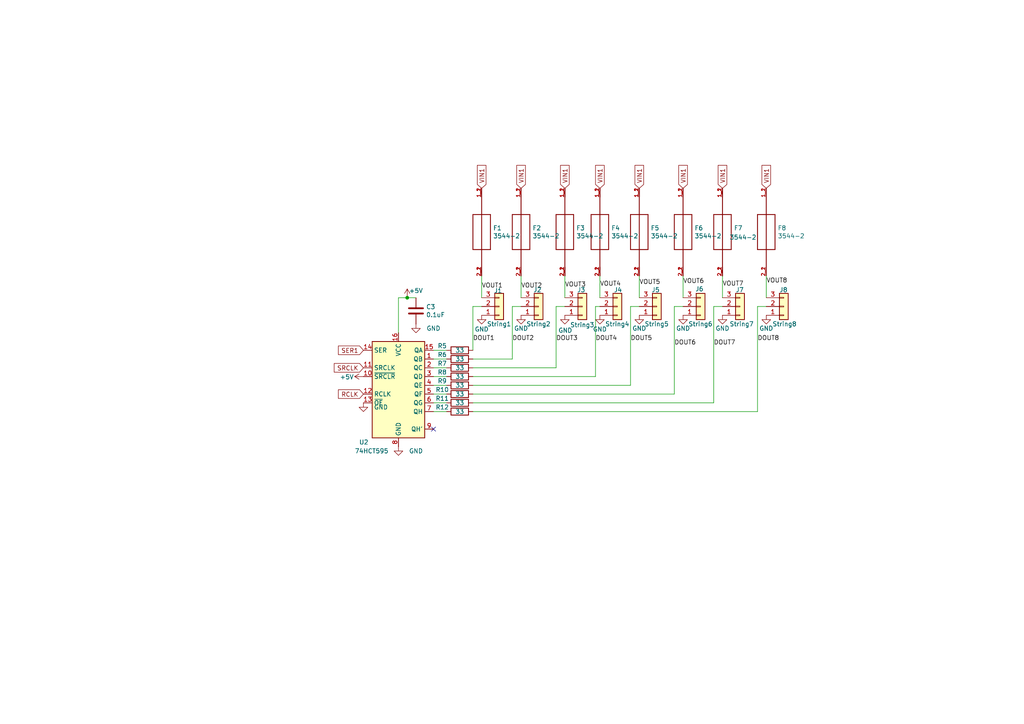
<source format=kicad_sch>
(kicad_sch (version 20211123) (generator eeschema)
  (paper "A4")
  (title_block (title "ESP32 Controller") (date "2023-01-11") (rev "v1") (company "Scott Hanson"))
  (lib_symbols
    (symbol "74xx:74HCT595"
      (property "Reference" "U" (at -7.62 13.97 0))
      (property "Value" "74HCT595" (at -7.62 -16.51 0))
      (symbol "74HCT595_1_0"
        (pin tri_state line (at 10.16 7.62 180) (length 2.54) (name "QB") (number "1"))
        (pin input line (at -10.16 2.54 0) (length 2.54) (name "~{SRCLR}") (number "10"))
        (pin input line (at -10.16 5.08 0) (length 2.54) (name "SRCLK") (number "11"))
        (pin input line (at -10.16 -2.54 0) (length 2.54) (name "RCLK") (number "12"))
        (pin input line (at -10.16 -5.08 0) (length 2.54) (name "~{OE}") (number "13"))
        (pin input line (at -10.16 10.16 0) (length 2.54) (name "SER") (number "14"))
        (pin tri_state line (at 10.16 10.16 180) (length 2.54) (name "QA") (number "15"))
        (pin power_in line (at 0 15.24 270) (length 2.54) (name "VCC") (number "16"))
        (pin tri_state line (at 10.16 5.08 180) (length 2.54) (name "QC") (number "2"))
        (pin tri_state line (at 10.16 2.54 180) (length 2.54) (name "QD") (number "3"))
        (pin tri_state line (at 10.16 0 180) (length 2.54) (name "QE") (number "4"))
        (pin tri_state line (at 10.16 -2.54 180) (length 2.54) (name "QF") (number "5"))
        (pin tri_state line (at 10.16 -5.08 180) (length 2.54) (name "QG") (number "6"))
        (pin tri_state line (at 10.16 -7.62 180) (length 2.54) (name "QH") (number "7"))
        (pin power_in line (at 0 -17.78 90) (length 2.54) (name "GND") (number "8"))
        (pin output line (at 10.16 -12.7 180) (length 2.54) (name "QH'") (number "9"))
      )
      (symbol "74HCT595_1_1"
        (rectangle (start -7.62 12.7) (end 7.62 -15.24) (stroke (width 0.254)) (fill (type background)))
      )
    )
    (symbol "Connector_Generic:Conn_01x03" (pin_names (offset 1.016) hide)
      (property "Reference" "J" (at 0 5.08 0))
      (property "Value" "Conn_01x03" (at 0 -5.08 0))
      (symbol "Conn_01x03_1_1"
        (rectangle (start -1.27 -2.413) (end 0 -2.667) (stroke (width 0.1524)))
        (rectangle (start -1.27 0.127) (end 0 -0.127) (stroke (width 0.1524)))
        (rectangle (start -1.27 2.667) (end 0 2.413) (stroke (width 0.1524)))
        (rectangle (start -1.27 3.81) (end 1.27 -3.81) (stroke (width 0.254)) (fill (type background)))
        (pin passive line (at -5.08 2.54 0) (length 3.81) (name "Pin_1") (number "1"))
        (pin passive line (at -5.08 0 0) (length 3.81) (name "Pin_2") (number "2"))
        (pin passive line (at -5.08 -2.54 0) (length 3.81) (name "Pin_3") (number "3"))
      )
    )
    (symbol "Device:R" (pin_numbers hide) (pin_names (offset 0))
      (property "Reference" "R" (at 2.032 0 90))
      (property "Value" "R" (at 0 0 90))
      (symbol "R_0_1"
        (rectangle (start -1.016 -2.54) (end 1.016 2.54) (stroke (width 0.254)))
      )
      (symbol "R_1_1"
        (pin passive line (at 0 3.81 270) (length 1.27) (name "~") (number "1"))
        (pin passive line (at 0 -3.81 90) (length 1.27) (name "~") (number "2"))
      )
    )
    (symbol "PB_16-rescue:3544-2-Keystone_Fuse" (pin_names (offset 1.016) hide)
      (property "Reference" "F" (at -5.08 3.302 0))
      (property "Value" "3544-2-Keystone_Fuse" (at -5.08 -5.08 0))
      (symbol "3544-2-Keystone_Fuse_0_0"
        (polyline (pts (xy -12.7 0) (xy 12.7 0)) (stroke (width 0.254)))
        (polyline (pts (xy -5.08 -2.54) (xy -5.08 2.54)) (stroke (width 0.254)))
        (polyline (pts (xy -5.08 2.54) (xy 5.08 2.54)) (stroke (width 0.254)))
        (polyline (pts (xy 5.08 -2.54) (xy -5.08 -2.54)) (stroke (width 0.254)))
        (polyline (pts (xy 5.08 2.54) (xy 5.08 -2.54)) (stroke (width 0.254)))
        (pin passive line (at -12.7 0 0) (length 2.54) (name "1") (number "1_1"))
        (pin passive line (at -12.7 0 0) (length 2.54) (name "1") (number "1_2"))
        (pin passive line (at 12.7 0 180) (length 2.54) (name "2") (number "2_1"))
        (pin passive line (at 12.7 0 180) (length 2.54) (name "2") (number "2_2"))
      )
    )
    (symbol "PB_16-rescue:C-Device" (pin_numbers hide) (pin_names (offset 0.254))
      (property "Reference" "C" (at 0.635 2.54 0))
      (property "Value" "C-Device" (at 0.635 -2.54 0))
      (symbol "C-Device_0_1"
        (polyline (pts (xy -2.032 -0.762) (xy 2.032 -0.762)) (stroke (width 0.508)))
        (polyline (pts (xy -2.032 0.762) (xy 2.032 0.762)) (stroke (width 0.508)))
      )
      (symbol "C-Device_1_1"
        (pin passive line (at 0 3.81 270) (length 2.794) (name "~") (number "1"))
        (pin passive line (at 0 -3.81 90) (length 2.794) (name "~") (number "2"))
      )
    )
    (symbol "power:+5V" (power) (pin_names (offset 0))
      (property "Value" "+5V" (at 0 3.556 0))
      (symbol "+5V_0_1"
        (polyline (pts (xy -0.762 1.27) (xy 0 2.54)))
        (polyline (pts (xy 0 0) (xy 0 2.54)))
        (polyline (pts (xy 0 2.54) (xy 0.762 1.27)))
      )
      (symbol "+5V_1_1"
        (pin power_in line (at 0 0 90) (length 0) hide (name "+5V") (number "1"))
      )
    )
    (symbol "power:GND" (power) (pin_names (offset 0))
      (property "Value" "GND" (at 0 -3.81 0))
      (symbol "GND_0_1"
        (polyline (pts (xy 0 0) (xy 0 -1.27) (xy 1.27 -1.27) (xy 0 -2.54) (xy -1.27 -1.27) (xy 0 -1.27)))
      )
      (symbol "GND_1_1"
        (pin power_in line (at 0 0 270) (length 0) hide (name "GND") (number "1"))
      )
    )
  )
  (junction (at 118.11 86.36))
  (no_connect (at 125.73 124.46))
  (wire (pts (xy 148.59 104.14) (xy 148.59 88.9)))
  (wire (pts (xy 222.25 86.36) (xy 222.25 80.01)))
  (wire (pts (xy 209.55 88.9) (xy 207.01 88.9)))
  (wire (pts (xy 151.13 80.01) (xy 151.13 86.36)))
  (wire (pts (xy 172.72 88.9) (xy 173.99 88.9)))
  (wire (pts (xy 125.73 114.3) (xy 129.54 114.3)))
  (wire (pts (xy 195.58 114.3) (xy 195.58 88.9)))
  (wire (pts (xy 125.73 116.84) (xy 129.54 116.84)))
  (wire (pts (xy 219.71 119.38) (xy 219.71 88.9)))
  (wire (pts (xy 115.57 86.36) (xy 115.57 96.52)))
  (wire (pts (xy 125.73 109.22) (xy 129.54 109.22)))
  (wire (pts (xy 137.16 101.6) (xy 137.16 88.9)))
  (wire (pts (xy 120.65 86.36) (xy 118.11 86.36)))
  (wire (pts (xy 125.73 106.68) (xy 129.54 106.68)))
  (wire (pts (xy 207.01 116.84) (xy 137.16 116.84)))
  (wire (pts (xy 137.16 119.38) (xy 219.71 119.38)))
  (wire (pts (xy 182.88 88.9) (xy 182.88 111.76)))
  (wire (pts (xy 118.11 86.36) (xy 115.57 86.36)))
  (wire (pts (xy 219.71 88.9) (xy 222.25 88.9)))
  (wire (pts (xy 173.99 86.36) (xy 173.99 80.01)))
  (wire (pts (xy 195.58 88.9) (xy 198.12 88.9)))
  (wire (pts (xy 185.42 88.9) (xy 182.88 88.9)))
  (wire (pts (xy 137.16 109.22) (xy 172.72 109.22)))
  (wire (pts (xy 172.72 109.22) (xy 172.72 88.9)))
  (wire (pts (xy 137.16 104.14) (xy 148.59 104.14)))
  (wire (pts (xy 185.42 86.36) (xy 185.42 80.01)))
  (wire (pts (xy 125.73 111.76) (xy 129.54 111.76)))
  (wire (pts (xy 139.7 80.01) (xy 139.7 86.36)))
  (wire (pts (xy 125.73 104.14) (xy 129.54 104.14)))
  (wire (pts (xy 148.59 88.9) (xy 151.13 88.9)))
  (wire (pts (xy 161.29 106.68) (xy 137.16 106.68)))
  (wire (pts (xy 125.73 119.38) (xy 129.54 119.38)))
  (wire (pts (xy 163.83 80.01) (xy 163.83 86.36)))
  (wire (pts (xy 182.88 111.76) (xy 137.16 111.76)))
  (wire (pts (xy 207.01 88.9) (xy 207.01 116.84)))
  (wire (pts (xy 161.29 88.9) (xy 161.29 106.68)))
  (wire (pts (xy 209.55 80.01) (xy 209.55 86.36)))
  (wire (pts (xy 137.16 114.3) (xy 195.58 114.3)))
  (wire (pts (xy 198.12 80.01) (xy 198.12 86.36)))
  (wire (pts (xy 163.83 88.9) (xy 161.29 88.9)))
  (wire (pts (xy 137.16 88.9) (xy 139.7 88.9)))
  (wire (pts (xy 125.73 101.6) (xy 129.54 101.6)))
  (label "VOUT5" (at 185.42 82.7889 0))
  (label "VOUT4" (at 173.99 83.2925 0))
  (label "VOUT7" (at 209.55 83.2663 0))
  (label "VOUT2" (at 151.13 83.82 0))
  (label "DOUT3" (at 161.29 99.06 0))
  (label "VOUT8" (at 222.25 82.3569 0))
  (label "DOUT8" (at 219.71 99.06 0))
  (label "DOUT2" (at 148.59 99.06 0))
  (label "VOUT6" (at 198.12 82.5195 0))
  (label "VOUT3" (at 163.83 83.5157 0))
  (label "VOUT1" (at 139.7 83.82 0))
  (label "DOUT6" (at 195.58 100.33 0))
  (label "DOUT1" (at 137.16 99.06 0))
  (label "DOUT7" (at 207.01 100.33 0))
  (label "DOUT4" (at 172.72 99.06 0))
  (label "DOUT5" (at 182.88 99.06 0))
  (global_label "RCLK" (shape input) (at 105.41 114.3 180) (property "Intersheet References" "${INTERSHEET_REFS}" (effects hide)))
  (global_label "VIN1" (shape input) (at 198.12 54.61 90) (property "Intersheet References" "${INTERSHEET_REFS}" (effects hide)))
  (global_label "VIN1" (shape input) (at 185.42 54.61 90) (property "Intersheet References" "${INTERSHEET_REFS}" (effects hide)))
  (global_label "SER1" (shape input) (at 105.41 101.6 180) (property "Intersheet References" "${INTERSHEET_REFS}" (effects hide)))
  (global_label "VIN1" (shape input) (at 173.99 54.61 90) (property "Intersheet References" "${INTERSHEET_REFS}" (effects hide)))
  (global_label "VIN1" (shape input) (at 151.13 54.61 90) (property "Intersheet References" "${INTERSHEET_REFS}" (effects hide)))
  (global_label "VIN1" (shape input) (at 222.25 54.61 90) (property "Intersheet References" "${INTERSHEET_REFS}" (effects hide)))
  (global_label "SRCLK" (shape input) (at 105.41 106.68 180) (property "Intersheet References" "${INTERSHEET_REFS}" (effects hide)))
  (global_label "VIN1" (shape input) (at 163.83 54.61 90) (property "Intersheet References" "${INTERSHEET_REFS}" (effects hide)))
  (global_label "VIN1" (shape input) (at 209.55 54.61 90) (property "Intersheet References" "${INTERSHEET_REFS}" (effects hide)))
  (global_label "VIN1" (shape input) (at 139.7 54.61 90) (property "Intersheet References" "${INTERSHEET_REFS}" (effects hide)))
  (symbol (lib_id "Connector_Generic:Conn_01x03") (at 156.21 88.9 0) (mirror x) (unit 1)
    (property "Reference" "J2" (at 154.686 84.074 0) (effects (justify left)))
    (property "Value" "String2" (at 152.654 93.98 0) (effects (justify left)))
    (property "Footprint" "Connector_Phoenix_MC:PhoenixContact_MCV_1,5_3-G-3.5_1x03_P3.50mm_Vertical" (effects hide))
    (property "Digi-Key_PN" "277-5737-ND/ED10555-ND" (effects hide))
    (property "MPN" "1843619/OSTTJ0311530" (effects hide))
  )
  (symbol (lib_id "Connector_Generic:Conn_01x03") (at 227.33 88.9 0) (mirror x) (unit 1)
    (property "Reference" "J8" (at 226.06 84.074 0) (effects (justify left)))
    (property "Value" "String8" (at 224.028 93.98 0) (effects (justify left)))
    (property "Footprint" "Connector_Phoenix_MC:PhoenixContact_MCV_1,5_3-G-3.5_1x03_P3.50mm_Vertical" (effects hide))
    (property "Digi-Key_PN" "277-5737-ND/ED10555-ND" (effects hide))
    (property "MPN" "1843619/OSTTJ0311530" (effects hide))
  )
  (symbol (lib_id "PB_16-rescue:3544-2-Keystone_Fuse") (at 139.7 67.31 270) (unit 1)
    (property "Reference" "F1" (at 143.002 66.1416 90) (effects (justify left)))
    (property "Value" "3544-2" (at 143.002 68.453 90) (effects (justify left)))
    (property "Footprint" "Fuse:FUSE_3544-2" (effects hide))
    (property "Field4" "3544-2" (effects hide))
    (property "Field5" "None" (effects hide))
    (property "Field6" "Unavailable" (effects hide))
    (property "Field7" "Fuse Clip; 500 VAC; 30 A; PCB; For 0.110 in. x 0.032 in. mini blade fuses" (effects hide))
    (property "Field8" "Keystone Electronics" (effects hide))
    (property "Digi-Key_PN" "36-3544-2-ND" (effects hide))
    (property "MPN" "3544-2" (effects hide))
  )
  (symbol (lib_id "74xx:74HCT595") (at 115.57 111.76 0) (unit 1)
    (property "Reference" "U2" (at 104.14 128.27 0) (effects (justify left)))
    (property "Value" "74HCT595" (at 102.87 130.81 0) (effects (justify left)))
    (property "Footprint" "Package_SO:SOIC-16_3.9x9.9mm_P1.27mm" (effects hide))
    (property "Datasheet" "https://assets.nexperia.com/documents/data-sheet/74HC_HCT595.pdf" (effects hide))
  )
  (symbol (lib_id "Connector_Generic:Conn_01x03") (at 214.63 88.9 0) (mirror x) (unit 1)
    (property "Reference" "J7" (at 213.36 84.074 0) (effects (justify left)))
    (property "Value" "String7" (at 211.582 93.98 0) (effects (justify left)))
    (property "Footprint" "Connector_Phoenix_MC:PhoenixContact_MCV_1,5_3-G-3.5_1x03_P3.50mm_Vertical" (effects hide))
    (property "Digi-Key_PN" "277-5737-ND/ED10555-ND" (effects hide))
    (property "MPN" "1843619/OSTTJ0311530" (effects hide))
  )
  (symbol (lib_id "power:GND") (at 139.7 91.44 0) (unit 1)
    (property "Reference" "#PWR026" (effects hide))
    (property "Value" "GND" (at 139.7 95.504 0))
  )
  (symbol (lib_id "PB_16-rescue:3544-2-Keystone_Fuse") (at 198.12 67.31 270) (unit 1)
    (property "Reference" "F6" (at 201.422 66.1416 90) (effects (justify left)))
    (property "Value" "3544-2" (at 201.422 68.453 90) (effects (justify left)))
    (property "Footprint" "Fuse:FUSE_3544-2" (effects hide))
    (property "Field4" "3544-2" (effects hide))
    (property "Field5" "None" (effects hide))
    (property "Field6" "Unavailable" (effects hide))
    (property "Field7" "Fuse Clip; 500 VAC; 30 A; PCB; For 0.110 in. x 0.032 in. mini blade fuses" (effects hide))
    (property "Field8" "Keystone Electronics" (effects hide))
    (property "Digi-Key_PN" "36-3544-2-ND" (effects hide))
    (property "MPN" "3544-2" (effects hide))
  )
  (symbol (lib_id "power:GND") (at 185.42 91.44 0) (unit 1)
    (property "Reference" "#PWR030" (effects hide))
    (property "Value" "GND" (at 185.42 95.25 0))
  )
  (symbol (lib_id "Connector_Generic:Conn_01x03") (at 168.91 88.9 0) (mirror x) (unit 1)
    (property "Reference" "J3" (at 167.386 84.074 0) (effects (justify left)))
    (property "Value" "String3" (at 165.354 94.234 0) (effects (justify left)))
    (property "Footprint" "Connector_Phoenix_MC:PhoenixContact_MCV_1,5_3-G-3.5_1x03_P3.50mm_Vertical" (effects hide))
    (property "Digi-Key_PN" "277-5737-ND/ED10555-ND" (effects hide))
    (property "MPN" "1843619/OSTTJ0311530" (effects hide))
  )
  (symbol (lib_id "Device:R") (at 133.35 109.22 90) (unit 1)
    (property "Reference" "R8" (at 128.27 107.95 90))
    (property "Value" "33" (at 133.35 109.22 90))
    (property "Footprint" "Resistor_SMD:R_0603_1608Metric_Pad0.98x0.95mm_HandSolder" (effects hide))
    (property "LCSC" "C23140" (effects hide))
    (property "Digi-Key_PN" "2571-CN34J330CTTR-ND" (effects hide))
    (property "MPN" "CN34J330CT" (effects hide))
  )
  (symbol (lib_id "Connector_Generic:Conn_01x03") (at 203.2 88.9 0) (mirror x) (unit 1)
    (property "Reference" "J6" (at 201.676 83.82 0) (effects (justify left)))
    (property "Value" "String6" (at 199.644 93.98 0) (effects (justify left)))
    (property "Footprint" "Connector_Phoenix_MC:PhoenixContact_MCV_1,5_3-G-3.5_1x03_P3.50mm_Vertical" (effects hide))
    (property "Digi-Key_PN" "277-5737-ND/ED10555-ND" (effects hide))
    (property "MPN" "1843619/OSTTJ0311530" (effects hide))
  )
  (symbol (lib_id "PB_16-rescue:3544-2-Keystone_Fuse") (at 151.13 67.31 270) (unit 1)
    (property "Reference" "F2" (at 154.432 66.1416 90) (effects (justify left)))
    (property "Value" "3544-2" (at 154.432 68.453 90) (effects (justify left)))
    (property "Footprint" "Fuse:FUSE_3544-2" (effects hide))
    (property "Field4" "3544-2" (effects hide))
    (property "Field5" "None" (effects hide))
    (property "Field6" "Unavailable" (effects hide))
    (property "Field7" "Fuse Clip; 500 VAC; 30 A; PCB; For 0.110 in. x 0.032 in. mini blade fuses" (effects hide))
    (property "Field8" "Keystone Electronics" (effects hide))
    (property "Digi-Key_PN" "36-3544-2-ND" (effects hide))
    (property "MPN" "3544-2" (effects hide))
  )
  (symbol (lib_id "Device:R") (at 133.35 104.14 90) (unit 1)
    (property "Reference" "R6" (at 128.27 102.87 90))
    (property "Value" "33" (at 133.35 104.14 90))
    (property "Footprint" "Resistor_SMD:R_0603_1608Metric_Pad0.98x0.95mm_HandSolder" (effects hide))
    (property "LCSC" "C23140" (effects hide))
    (property "Digi-Key_PN" "2571-CN34J330CTTR-ND" (effects hide))
    (property "MPN" "CN34J330CT" (effects hide))
  )
  (symbol (lib_id "PB_16-rescue:3544-2-Keystone_Fuse") (at 173.99 67.31 270) (unit 1)
    (property "Reference" "F4" (at 177.292 66.1416 90) (effects (justify left)))
    (property "Value" "3544-2" (at 177.292 68.453 90) (effects (justify left)))
    (property "Footprint" "Fuse:FUSE_3544-2" (effects hide))
    (property "Field4" "3544-2" (effects hide))
    (property "Field5" "None" (effects hide))
    (property "Field6" "Unavailable" (effects hide))
    (property "Field7" "Fuse Clip; 500 VAC; 30 A; PCB; For 0.110 in. x 0.032 in. mini blade fuses" (effects hide))
    (property "Field8" "Keystone Electronics" (effects hide))
    (property "Digi-Key_PN" "36-3544-2-ND" (effects hide))
    (property "MPN" "3544-2" (effects hide))
  )
  (symbol (lib_id "power:GND") (at 222.25 91.44 0) (unit 1)
    (property "Reference" "#PWR033" (effects hide))
    (property "Value" "GND" (at 222.25 95.25 0))
  )
  (symbol (lib_id "Device:R") (at 133.35 116.84 90) (unit 1)
    (property "Reference" "R11" (at 128.27 115.57 90))
    (property "Value" "33" (at 133.35 116.84 90))
    (property "Footprint" "Resistor_SMD:R_0603_1608Metric_Pad0.98x0.95mm_HandSolder" (effects hide))
    (property "LCSC" "C23140" (effects hide))
    (property "Digi-Key_PN" "2571-CN34J330CTTR-ND" (effects hide))
    (property "MPN" "CN34J330CT" (effects hide))
  )
  (symbol (lib_id "power:GND") (at 151.13 91.44 0) (unit 1)
    (property "Reference" "#PWR027" (effects hide))
    (property "Value" "GND" (at 151.13 95.25 0))
  )
  (symbol (lib_id "power:GND") (at 209.55 91.44 0) (unit 1)
    (property "Reference" "#PWR032" (effects hide))
    (property "Value" "GND" (at 209.55 95.25 0))
  )
  (symbol (lib_id "PB_16-rescue:3544-2-Keystone_Fuse") (at 185.42 67.31 270) (unit 1)
    (property "Reference" "F5" (at 188.722 66.1416 90) (effects (justify left)))
    (property "Value" "3544-2" (at 188.722 68.453 90) (effects (justify left)))
    (property "Footprint" "Fuse:FUSE_3544-2" (effects hide))
    (property "Field4" "3544-2" (effects hide))
    (property "Field5" "None" (effects hide))
    (property "Field6" "Unavailable" (effects hide))
    (property "Field7" "Fuse Clip; 500 VAC; 30 A; PCB; For 0.110 in. x 0.032 in. mini blade fuses" (effects hide))
    (property "Field8" "Keystone Electronics" (effects hide))
    (property "Digi-Key_PN" "36-3544-2-ND" (effects hide))
    (property "MPN" "3544-2" (effects hide))
  )
  (symbol (lib_id "power:+5V") (at 105.41 109.22 90) (unit 1)
    (property "Reference" "#PWR0106" (effects hide))
    (property "Value" "+5V" (at 100.584 109.347 90))
  )
  (symbol (lib_id "Device:R") (at 133.35 114.3 90) (unit 1)
    (property "Reference" "R10" (at 128.27 113.03 90))
    (property "Value" "33" (at 133.35 114.3 90))
    (property "Footprint" "Resistor_SMD:R_0603_1608Metric_Pad0.98x0.95mm_HandSolder" (effects hide))
    (property "LCSC" "C23140" (effects hide))
    (property "Digi-Key_PN" "2571-CN34J330CTTR-ND" (effects hide))
    (property "MPN" "CN34J330CT" (effects hide))
  )
  (symbol (lib_id "power:GND") (at 163.83 91.44 0) (unit 1)
    (property "Reference" "#PWR028" (effects hide))
    (property "Value" "GND" (at 163.957 95.8342 0))
  )
  (symbol (lib_id "Device:R") (at 133.35 111.76 90) (unit 1)
    (property "Reference" "R9" (at 128.27 110.49 90))
    (property "Value" "33" (at 133.35 111.76 90))
    (property "Footprint" "Resistor_SMD:R_0603_1608Metric_Pad0.98x0.95mm_HandSolder" (effects hide))
    (property "LCSC" "C23140" (effects hide))
    (property "Digi-Key_PN" "2571-CN34J330CTTR-ND" (effects hide))
    (property "MPN" "CN34J330CT" (effects hide))
  )
  (symbol (lib_id "Connector_Generic:Conn_01x03") (at 144.78 88.9 0) (mirror x) (unit 1)
    (property "Reference" "J1" (at 143.256 84.328 0) (effects (justify left)))
    (property "Value" "String1" (at 141.224 93.98 0) (effects (justify left)))
    (property "Footprint" "Connector_Phoenix_MC:PhoenixContact_MCV_1,5_3-G-3.5_1x03_P3.50mm_Vertical" (effects hide))
    (property "Digi-Key_PN" "277-5737-ND/ED10555-ND" (effects hide))
    (property "MPN" "1843619/OSTTJ0311530" (effects hide))
  )
  (symbol (lib_id "PB_16-rescue:C-Device") (at 120.65 90.17 0) (unit 1)
    (property "Reference" "C3" (at 123.571 89.0016 0) (effects (justify left)))
    (property "Value" "0.1uF" (at 123.571 91.313 0) (effects (justify left)))
    (property "Footprint" "Capacitor_SMD:C_0603_1608Metric_Pad1.08x0.95mm_HandSolder" (effects hide))
    (property "Digi-Key_PN" "1276-1007-1-ND" (effects hide))
    (property "MPN" "CL21F104ZBCNNNC" (effects hide))
    (property "LCSC" "C49678" (effects hide))
  )
  (symbol (lib_id "Device:R") (at 133.35 106.68 90) (unit 1)
    (property "Reference" "R7" (at 128.27 105.41 90))
    (property "Value" "33" (at 133.35 106.68 90))
    (property "Footprint" "Resistor_SMD:R_0603_1608Metric_Pad0.98x0.95mm_HandSolder" (effects hide))
    (property "LCSC" "C23140" (effects hide))
    (property "Digi-Key_PN" "2571-CN34J330CTTR-ND" (effects hide))
    (property "MPN" "CN34J330CT" (effects hide))
  )
  (symbol (lib_id "PB_16-rescue:3544-2-Keystone_Fuse") (at 222.25 67.31 270) (unit 1)
    (property "Reference" "F8" (at 225.552 66.1416 90) (effects (justify left)))
    (property "Value" "3544-2" (at 225.552 68.453 90) (effects (justify left)))
    (property "Footprint" "Fuse:FUSE_3544-2" (effects hide))
    (property "Field4" "3544-2" (effects hide))
    (property "Field5" "None" (effects hide))
    (property "Field6" "Unavailable" (effects hide))
    (property "Field7" "Fuse Clip; 500 VAC; 30 A; PCB; For 0.110 in. x 0.032 in. mini blade fuses" (effects hide))
    (property "Field8" "Keystone Electronics" (effects hide))
    (property "Digi-Key_PN" "36-3544-2-ND" (effects hide))
    (property "MPN" "3544-2" (effects hide))
  )
  (symbol (lib_id "power:GND") (at 105.41 116.84 0) (unit 1)
    (property "Reference" "#PWR0105" (effects hide))
    (property "Value" "GND" (at 110.49 118.11 0))
  )
  (symbol (lib_id "Device:R") (at 133.35 119.38 90) (unit 1)
    (property "Reference" "R12" (at 128.27 118.11 90))
    (property "Value" "33" (at 133.35 119.38 90))
    (property "Footprint" "Resistor_SMD:R_0603_1608Metric_Pad0.98x0.95mm_HandSolder" (effects hide))
    (property "LCSC" "C23140" (effects hide))
    (property "Digi-Key_PN" "2571-CN34J330CTTR-ND" (effects hide))
    (property "MPN" "CN34J330CT" (effects hide))
  )
  (symbol (lib_id "power:GND") (at 115.57 129.54 0) (unit 1)
    (property "Reference" "#PWR023" (effects hide))
    (property "Value" "GND" (at 120.65 130.81 0))
  )
  (symbol (lib_id "Device:R") (at 133.35 101.6 90) (unit 1)
    (property "Reference" "R5" (at 128.27 100.33 90))
    (property "Value" "33" (at 133.35 101.6 90))
    (property "Footprint" "Resistor_SMD:R_0603_1608Metric_Pad0.98x0.95mm_HandSolder" (effects hide))
    (property "LCSC" "C23140" (effects hide))
    (property "Digi-Key_PN" "2571-CN34J330CTTR-ND" (effects hide))
    (property "MPN" "CN34J330CT" (effects hide))
  )
  (symbol (lib_id "Connector_Generic:Conn_01x03") (at 179.07 88.9 0) (mirror x) (unit 1)
    (property "Reference" "J4" (at 178.054 84.074 0) (effects (justify left)))
    (property "Value" "String4" (at 175.514 93.98 0) (effects (justify left)))
    (property "Footprint" "Connector_Phoenix_MC:PhoenixContact_MCV_1,5_3-G-3.5_1x03_P3.50mm_Vertical" (effects hide))
    (property "Digi-Key_PN" "277-5737-ND/ED10555-ND" (effects hide))
    (property "MPN" "1843619/OSTTJ0311530" (effects hide))
  )
  (symbol (lib_id "power:GND") (at 173.99 91.44 0) (unit 1)
    (property "Reference" "#PWR029" (effects hide))
    (property "Value" "GND" (at 173.99 95.504 0))
  )
  (symbol (lib_id "power:+5V") (at 118.11 86.36 0) (unit 1)
    (property "Reference" "#PWR024" (effects hide))
    (property "Value" "+5V" (at 120.65 84.328 0))
  )
  (symbol (lib_id "PB_16-rescue:3544-2-Keystone_Fuse") (at 209.55 67.31 270) (unit 1)
    (property "Reference" "F7" (at 212.852 66.1416 90) (effects (justify left)))
    (property "Value" "3544-2" (at 211.582 68.834 90) (effects (justify left)))
    (property "Footprint" "Fuse:FUSE_3544-2" (effects hide))
    (property "Field4" "3544-2" (effects hide))
    (property "Field5" "None" (effects hide))
    (property "Field6" "Unavailable" (effects hide))
    (property "Field7" "Fuse Clip; 500 VAC; 30 A; PCB; For 0.110 in. x 0.032 in. mini blade fuses" (effects hide))
    (property "Field8" "Keystone Electronics" (effects hide))
    (property "Digi-Key_PN" "36-3544-2-ND" (effects hide))
    (property "MPN" "3544-2" (effects hide))
  )
  (symbol (lib_id "PB_16-rescue:3544-2-Keystone_Fuse") (at 163.83 67.31 270) (unit 1)
    (property "Reference" "F3" (at 167.132 66.1416 90) (effects (justify left)))
    (property "Value" "3544-2" (at 167.132 68.453 90) (effects (justify left)))
    (property "Footprint" "Fuse:FUSE_3544-2" (effects hide))
    (property "Field4" "3544-2" (effects hide))
    (property "Field5" "None" (effects hide))
    (property "Field6" "Unavailable" (effects hide))
    (property "Field7" "Fuse Clip; 500 VAC; 30 A; PCB; For 0.110 in. x 0.032 in. mini blade fuses" (effects hide))
    (property "Field8" "Keystone Electronics" (effects hide))
    (property "Digi-Key_PN" "36-3544-2-ND" (effects hide))
    (property "MPN" "3544-2" (effects hide))
  )
  (symbol (lib_id "power:GND") (at 198.12 91.44 0) (unit 1)
    (property "Reference" "#PWR031" (effects hide))
    (property "Value" "GND" (at 198.12 95.25 0))
  )
  (symbol (lib_id "Connector_Generic:Conn_01x03") (at 190.5 88.9 0) (mirror x) (unit 1)
    (property "Reference" "J5" (at 188.976 84.074 0) (effects (justify left)))
    (property "Value" "String5" (at 186.944 93.98 0) (effects (justify left)))
    (property "Footprint" "Connector_Phoenix_MC:PhoenixContact_MCV_1,5_3-G-3.5_1x03_P3.50mm_Vertical" (effects hide))
    (property "Digi-Key_PN" "277-5737-ND/ED10555-ND" (effects hide))
    (property "MPN" "1843619/OSTTJ0311530" (effects hide))
  )
  (symbol (lib_id "power:GND") (at 120.65 93.98 0) (unit 1)
    (property "Reference" "#PWR025" (effects hide))
    (property "Value" "GND" (at 125.73 95.25 0))
  )
)
</source>
